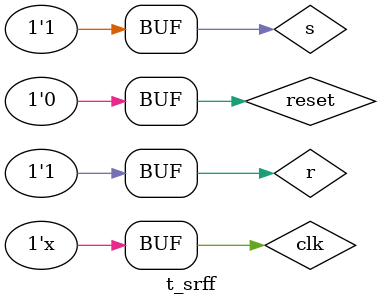
<source format=v>
module srff(q,qn,clk,reset,s,r);
  
  output reg q,qn;
  input clk,reset,s,r;
  
  always @(negedge clk)
  begin
    if(reset==1'b1)
    begin
      q=1'b0;
      qn=1'b1;
    end
 else if(s==1'b0 & r==1'b0)
   begin
     q=q;
     qn=~q;
   end
   
 else if(s==1'b0 & r==1'b1)
   begin
     q=s;
     qn=~q;
   end
   
 else if(s==1'b1 & r==1'b0)
   begin
     q=s;
     qn=~q;
   end
   
 else if(s==1'b1 & r==1'b1)
   begin
     q=1'b1;
     qn=~q;
   end
 end
 endmodule
 
 
  //tst bnch
 
 module t_srff();
 
 wire q,qn;
 reg clk,reset,s,r;
 
srff a1(q,qn,clk,reset,s,r);

  always
  begin
    #10;
    clk=~clk;
  end
  
  initial
  begin
    clk=1'b0;
    reset=1'b0;
    #50;
    
    s=1'b0;
    r=1'b0;
    #50;
    
    s=1'b0;
    r=1'b1;
    #50;
    
    s=1'b1;
    r=1'b0;
    #50;
    
    s=1'b1;
    r=1'b1;
    #50;
  end
endmodule

</source>
